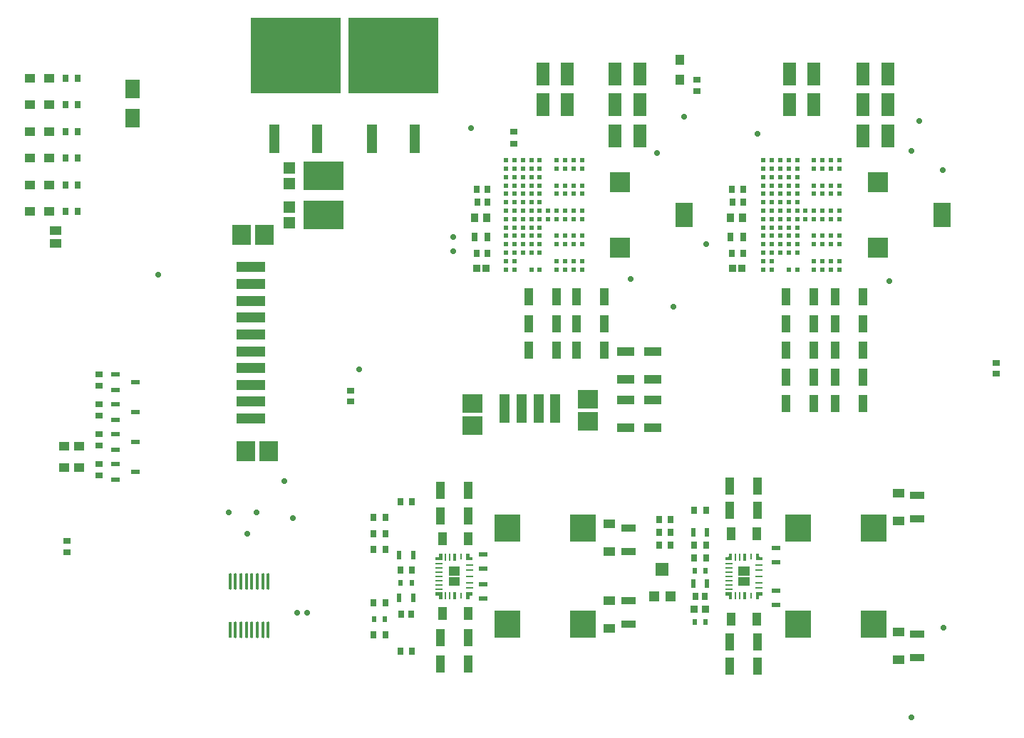
<source format=gbr>
%TF.GenerationSoftware,Altium Limited,Altium Designer,24.1.2 (44)*%
G04 Layer_Color=8421504*
%FSLAX45Y45*%
%MOMM*%
%TF.SameCoordinates,12E9634C-A8E6-484A-B1C3-FEDB1742B245*%
%TF.FilePolarity,Positive*%
%TF.FileFunction,Paste,Top*%
%TF.Part,Single*%
G01*
G75*
%TA.AperFunction,SMDPad,CuDef*%
%ADD10R,1.00000X0.60000*%
%ADD11C,0.45000*%
G04:AMPARAMS|DCode=12|XSize=0.8mm|YSize=0.25mm|CornerRadius=0.05mm|HoleSize=0mm|Usage=FLASHONLY|Rotation=180.000|XOffset=0mm|YOffset=0mm|HoleType=Round|Shape=RoundedRectangle|*
%AMROUNDEDRECTD12*
21,1,0.80000,0.15000,0,0,180.0*
21,1,0.70000,0.25000,0,0,180.0*
1,1,0.10000,-0.35000,0.07500*
1,1,0.10000,0.35000,0.07500*
1,1,0.10000,0.35000,-0.07500*
1,1,0.10000,-0.35000,-0.07500*
%
%ADD12ROUNDEDRECTD12*%
G04:AMPARAMS|DCode=13|XSize=0.25mm|YSize=0.75mm|CornerRadius=0.05mm|HoleSize=0mm|Usage=FLASHONLY|Rotation=180.000|XOffset=0mm|YOffset=0mm|HoleType=Round|Shape=RoundedRectangle|*
%AMROUNDEDRECTD13*
21,1,0.25000,0.65000,0,0,180.0*
21,1,0.15000,0.75000,0,0,180.0*
1,1,0.10000,-0.07500,0.32500*
1,1,0.10000,0.07500,0.32500*
1,1,0.10000,0.07500,-0.32500*
1,1,0.10000,-0.07500,-0.32500*
%
%ADD13ROUNDEDRECTD13*%
G04:AMPARAMS|DCode=14|XSize=0.25mm|YSize=0.8mm|CornerRadius=0.05mm|HoleSize=0mm|Usage=FLASHONLY|Rotation=180.000|XOffset=0mm|YOffset=0mm|HoleType=Round|Shape=RoundedRectangle|*
%AMROUNDEDRECTD14*
21,1,0.25000,0.70000,0,0,180.0*
21,1,0.15000,0.80000,0,0,180.0*
1,1,0.10000,-0.07500,0.35000*
1,1,0.10000,0.07500,0.35000*
1,1,0.10000,0.07500,-0.35000*
1,1,0.10000,-0.07500,-0.35000*
%
%ADD14ROUNDEDRECTD14*%
G04:AMPARAMS|DCode=15|XSize=0.4mm|YSize=0.8mm|CornerRadius=0.05mm|HoleSize=0mm|Usage=FLASHONLY|Rotation=180.000|XOffset=0mm|YOffset=0mm|HoleType=Round|Shape=RoundedRectangle|*
%AMROUNDEDRECTD15*
21,1,0.40000,0.70000,0,0,180.0*
21,1,0.30000,0.80000,0,0,180.0*
1,1,0.10000,-0.15000,0.35000*
1,1,0.10000,0.15000,0.35000*
1,1,0.10000,0.15000,-0.35000*
1,1,0.10000,-0.15000,-0.35000*
%
%ADD15ROUNDEDRECTD15*%
%ADD17R,1.35000X1.10000*%
%ADD18R,1.70000X0.95000*%
%ADD19R,3.12400X3.25100*%
%ADD20R,1.00620X0.55620*%
%ADD21R,0.66040X0.96520*%
%ADD22R,0.70000X0.85000*%
%ADD23R,0.55620X1.00620*%
%ADD24R,0.60000X0.80000*%
%ADD25R,1.00000X1.60000*%
%ADD26R,1.10000X2.05000*%
%ADD27R,1.25000X3.50000*%
%ADD28R,1.20000X1.20000*%
%ADD29R,1.60000X1.50000*%
%ADD30R,0.85000X0.95000*%
%ADD32R,1.15000X1.05000*%
%ADD33R,0.96520X0.66040*%
%ADD34R,1.50273X2.80415*%
%ADD35R,1.65100X2.18440*%
%ADD36R,10.66800X9.01700*%
%ADD37R,1.25700X3.42900*%
%ADD38R,4.86000X3.36000*%
%ADD39R,1.40000X1.39000*%
%ADD40R,1.25000X1.10000*%
%ADD41R,1.10000X1.25000*%
%ADD42C,0.71120*%
%ADD43R,2.40000X2.40000*%
%ADD44R,2.00000X2.90000*%
%ADD45R,0.85000X0.75000*%
G04:AMPARAMS|DCode=46|XSize=1.95543mm|YSize=0.42077mm|CornerRadius=0.21038mm|HoleSize=0mm|Usage=FLASHONLY|Rotation=90.000|XOffset=0mm|YOffset=0mm|HoleType=Round|Shape=RoundedRectangle|*
%AMROUNDEDRECTD46*
21,1,1.95543,0.00000,0,0,90.0*
21,1,1.53467,0.42077,0,0,90.0*
1,1,0.42077,0.00000,0.76733*
1,1,0.42077,0.00000,-0.76733*
1,1,0.42077,0.00000,-0.76733*
1,1,0.42077,0.00000,0.76733*
%
%ADD46ROUNDEDRECTD46*%
%ADD47R,0.42077X1.95543*%
%ADD48R,0.90000X0.70000*%
%ADD49R,0.93108X0.81213*%
%ADD50R,0.80000X0.95000*%
%ADD51R,0.80000X1.00000*%
%ADD52R,0.95000X1.05000*%
%ADD53R,0.75000X0.85000*%
%ADD54R,2.05000X1.10000*%
%TA.AperFunction,BGAPad,CuDef*%
%ADD55R,0.55000X0.55000*%
%TA.AperFunction,SMDPad,CuDef*%
%ADD56R,3.50000X1.25000*%
%ADD57R,1.40000X1.10000*%
%ADD58R,0.70000X0.90000*%
%TA.AperFunction,NonConductor*%
%ADD171R,2.45000X2.28000*%
%ADD172R,2.45000X2.28000*%
%ADD173R,2.28000X2.45000*%
G36*
X15069444Y7359000D02*
X15070438D01*
X15072276Y7358239D01*
X15073682Y7356832D01*
X15074445Y7354995D01*
Y7354000D01*
X15074445D01*
X15074443Y7284000D01*
X15074445Y7283005D01*
X15073683Y7281167D01*
X15072276Y7279761D01*
X15070438Y7279000D01*
X15069443Y7279000D01*
X15069444D01*
X14999443Y7279000D01*
X14998450Y7279000D01*
X14996611Y7279761D01*
X14995206Y7281168D01*
X14994443Y7283005D01*
X14994444Y7284000D01*
Y7284000D01*
X14994443Y7314000D01*
X14994443Y7314995D01*
X14995204Y7316832D01*
X14996611Y7318239D01*
X14998450Y7319000D01*
X14999443Y7319000D01*
X14999443Y7319000D01*
X15024443D01*
X15026395Y7319192D01*
X15029999Y7320685D01*
X15032758Y7323444D01*
X15034251Y7327049D01*
X15034444Y7329000D01*
X15034444Y7329000D01*
Y7354000D01*
Y7354994D01*
X15035205Y7356832D01*
X15036610Y7358239D01*
X15038449Y7359000D01*
X15039442D01*
X15039444Y7359000D01*
X15069444Y7359000D01*
D02*
G37*
G36*
X11626711D02*
X11627706D01*
X11629543Y7358239D01*
X11630950Y7356832D01*
X11631711Y7354995D01*
Y7354000D01*
X11631712D01*
X11631711Y7284000D01*
X11631711Y7283005D01*
X11630950Y7281167D01*
X11629544Y7279761D01*
X11627706Y7279000D01*
X11626711Y7279000D01*
X11626711D01*
X11556711Y7279000D01*
X11555717Y7279000D01*
X11553879Y7279761D01*
X11552472Y7281168D01*
X11551711Y7283005D01*
X11551711Y7284000D01*
Y7284000D01*
X11551711Y7314000D01*
X11551711Y7314995D01*
X11552472Y7316832D01*
X11553879Y7318239D01*
X11555717Y7319000D01*
X11556711Y7319000D01*
X11556711Y7319000D01*
X11581711D01*
X11583662Y7319192D01*
X11587267Y7320685D01*
X11590026Y7323444D01*
X11591519Y7327049D01*
X11591711Y7329000D01*
X11591711Y7329000D01*
Y7354000D01*
Y7354994D01*
X11592473Y7356832D01*
X11593879Y7358239D01*
X11595717Y7359000D01*
X11596711D01*
X11596711Y7359000D01*
X11626711Y7359000D01*
D02*
G37*
G36*
X15389442D02*
X15390437D01*
X15392276Y7358239D01*
X15393681Y7356832D01*
X15394443Y7354994D01*
Y7354000D01*
X15394443Y7329000D01*
X15394635Y7327049D01*
X15396127Y7323444D01*
X15398888Y7320685D01*
X15402492Y7319192D01*
X15404443Y7319000D01*
X15429443D01*
Y7319000D01*
X15430438Y7319000D01*
X15432275Y7318239D01*
X15433682Y7316832D01*
X15434444Y7314995D01*
X15434444Y7314000D01*
Y7284000D01*
X15434444Y7284000D01*
X15434444Y7283005D01*
X15433682Y7281168D01*
X15432275Y7279761D01*
X15430438Y7279000D01*
X15429443Y7279000D01*
X15359444Y7279000D01*
X15359444Y7279000D01*
X15358449Y7279000D01*
X15356612Y7279761D01*
X15355203Y7281167D01*
X15354443Y7283005D01*
X15354443Y7284000D01*
X15354443Y7354000D01*
Y7354995D01*
X15355203Y7356832D01*
X15356612Y7358239D01*
X15358449Y7359000D01*
X15359444D01*
X15389442Y7359000D01*
Y7359000D01*
D02*
G37*
G36*
X11946711D02*
X11947706D01*
X11949543Y7358239D01*
X11950950Y7356832D01*
X11951711Y7354994D01*
Y7354000D01*
X11951711Y7329000D01*
X11951903Y7327049D01*
X11953396Y7323444D01*
X11956155Y7320685D01*
X11959760Y7319192D01*
X11961711Y7319000D01*
X11986711D01*
Y7319000D01*
X11987706Y7319000D01*
X11989543Y7318239D01*
X11990950Y7316832D01*
X11991711Y7314995D01*
X11991711Y7314000D01*
Y7284000D01*
X11991711Y7284000D01*
X11991711Y7283005D01*
X11990950Y7281168D01*
X11989543Y7279761D01*
X11987706Y7279000D01*
X11986711Y7279000D01*
X11916711Y7279000D01*
X11916711Y7279000D01*
X11915717Y7279000D01*
X11913879Y7279761D01*
X11912472Y7281167D01*
X11911711Y7283005D01*
X11911711Y7284000D01*
X11911711Y7354000D01*
Y7354995D01*
X11912472Y7356832D01*
X11913879Y7358239D01*
X11915717Y7359000D01*
X11916711D01*
X11946711Y7359000D01*
Y7359000D01*
D02*
G37*
G36*
X15277277Y7204239D02*
X15278682Y7202832D01*
X15279443Y7200994D01*
Y7200000D01*
X15279443D01*
X15279443Y7104000D01*
Y7103005D01*
X15278682Y7101168D01*
X15277277Y7099761D01*
X15275438Y7099000D01*
X15153448D01*
X15151611Y7099761D01*
X15150204Y7101168D01*
X15149445Y7103005D01*
Y7104000D01*
X15149443D01*
X15149445Y7200000D01*
Y7200994D01*
X15150204Y7202832D01*
X15151611Y7204239D01*
X15153448Y7205000D01*
X15275438D01*
X15277277Y7204239D01*
D02*
G37*
G36*
X11834543D02*
X11835950Y7202832D01*
X11836711Y7200994D01*
Y7200000D01*
X11836711D01*
X11836711Y7104000D01*
Y7103005D01*
X11835950Y7101168D01*
X11834543Y7099761D01*
X11832706Y7099000D01*
X11710717D01*
X11708879Y7099761D01*
X11707472Y7101168D01*
X11706711Y7103005D01*
Y7104000D01*
X11706711D01*
X11706711Y7200000D01*
Y7200994D01*
X11707472Y7202832D01*
X11708879Y7204239D01*
X11710717Y7205000D01*
X11832706D01*
X11834543Y7204239D01*
D02*
G37*
G36*
X15277277Y7078239D02*
X15278682Y7076832D01*
X15279443Y7074994D01*
Y7074000D01*
X15279443D01*
X15279443Y6978000D01*
Y6977005D01*
X15278682Y6975168D01*
X15277277Y6973761D01*
X15275438Y6973000D01*
X15153448D01*
X15151611Y6973761D01*
X15150204Y6975168D01*
X15149445Y6977005D01*
Y6978000D01*
X15149443D01*
X15149445Y7074000D01*
Y7074994D01*
X15150204Y7076832D01*
X15151611Y7078239D01*
X15153448Y7079000D01*
X15275438D01*
X15277277Y7078239D01*
D02*
G37*
G36*
X11834543D02*
X11835950Y7076832D01*
X11836711Y7074994D01*
Y7074000D01*
X11836711D01*
X11836711Y6978000D01*
Y6977005D01*
X11835950Y6975168D01*
X11834543Y6973761D01*
X11832706Y6973000D01*
X11710717D01*
X11708879Y6973761D01*
X11707472Y6975168D01*
X11706711Y6977005D01*
Y6978000D01*
X11706711D01*
X11706711Y7074000D01*
Y7074994D01*
X11707472Y7076832D01*
X11708879Y7078239D01*
X11710717Y7079000D01*
X11832706D01*
X11834543Y7078239D01*
D02*
G37*
G36*
X15429443Y6899000D02*
X15430438Y6899000D01*
X15432275Y6898239D01*
X15433682Y6896832D01*
X15434444Y6894994D01*
X15434444Y6894000D01*
X15434444D01*
X15434444Y6864000D01*
Y6863006D01*
X15433682Y6861168D01*
X15432275Y6859761D01*
X15430438Y6859000D01*
X15429443D01*
X15429443Y6859000D01*
X15404443Y6859000D01*
X15402492Y6858808D01*
X15398888Y6857315D01*
X15396127Y6854556D01*
X15394635Y6850951D01*
X15394443Y6849000D01*
Y6849000D01*
X15394443Y6824000D01*
Y6823005D01*
X15393681Y6821168D01*
X15392276Y6819761D01*
X15390437Y6819000D01*
X15358449D01*
X15356612Y6819761D01*
X15355203Y6821168D01*
X15354443Y6823005D01*
Y6824000D01*
Y6824000D01*
X15354443Y6894000D01*
X15354443Y6894995D01*
X15355203Y6896833D01*
X15356612Y6898239D01*
X15358449Y6899000D01*
X15359444Y6899000D01*
X15359444Y6899000D01*
X15429443Y6899000D01*
D02*
G37*
G36*
X15072276Y6898239D02*
X15073683Y6896833D01*
X15074445Y6894995D01*
X15074443Y6894000D01*
X15074445Y6824000D01*
X15074445Y6824000D01*
Y6823005D01*
X15073682Y6821168D01*
X15072276Y6819761D01*
X15070438Y6819000D01*
X15038449D01*
X15036610Y6819761D01*
X15035205Y6821168D01*
X15034444Y6823005D01*
Y6824000D01*
Y6849000D01*
X15034444D01*
X15034251Y6850951D01*
X15032758Y6854556D01*
X15029999Y6857315D01*
X15026395Y6858808D01*
X15024443Y6859000D01*
X14999443D01*
X14998450Y6859000D01*
X14996611Y6859761D01*
X14995204Y6861167D01*
X14994443Y6863005D01*
X14994443Y6864000D01*
X14994444Y6894000D01*
X14994443Y6894994D01*
X14995206Y6896832D01*
X14996611Y6898239D01*
X14998450Y6899000D01*
X14999443Y6899000D01*
X15069444Y6899000D01*
X15069443Y6899000D01*
X15070438Y6899000D01*
X15072276Y6898239D01*
D02*
G37*
G36*
X11986711Y6899000D02*
X11987706Y6899000D01*
X11989543Y6898239D01*
X11990950Y6896832D01*
X11991711Y6894994D01*
X11991711Y6894000D01*
X11991711D01*
X11991711Y6864000D01*
Y6863006D01*
X11990950Y6861168D01*
X11989543Y6859761D01*
X11987706Y6859000D01*
X11986711D01*
X11986711Y6859000D01*
X11961711Y6859000D01*
X11959760Y6858808D01*
X11956155Y6857315D01*
X11953396Y6854556D01*
X11951903Y6850951D01*
X11951711Y6849000D01*
Y6849000D01*
X11951711Y6824000D01*
Y6823005D01*
X11950950Y6821168D01*
X11949543Y6819761D01*
X11947706Y6819000D01*
X11915717D01*
X11913879Y6819761D01*
X11912472Y6821168D01*
X11911711Y6823005D01*
Y6824000D01*
Y6824000D01*
X11911711Y6894000D01*
X11911711Y6894995D01*
X11912472Y6896833D01*
X11913879Y6898239D01*
X11915717Y6899000D01*
X11916711Y6899000D01*
X11916711Y6899000D01*
X11986711Y6899000D01*
D02*
G37*
G36*
X11629544Y6898239D02*
X11630950Y6896833D01*
X11631711Y6894995D01*
X11631711Y6894000D01*
X11631712Y6824000D01*
X11631711Y6824000D01*
Y6823005D01*
X11630950Y6821168D01*
X11629543Y6819761D01*
X11627706Y6819000D01*
X11595717D01*
X11593879Y6819761D01*
X11592473Y6821168D01*
X11591711Y6823005D01*
Y6824000D01*
Y6849000D01*
X11591711D01*
X11591519Y6850951D01*
X11590026Y6854556D01*
X11587267Y6857315D01*
X11583662Y6858808D01*
X11581711Y6859000D01*
X11556711D01*
X11555717Y6859000D01*
X11553879Y6859761D01*
X11552472Y6861167D01*
X11551711Y6863005D01*
X11551711Y6864000D01*
X11551711Y6894000D01*
X11551711Y6894994D01*
X11552472Y6896832D01*
X11553879Y6898239D01*
X11555717Y6899000D01*
X11556711Y6899000D01*
X11626711Y6899000D01*
X11626711Y6899000D01*
X11627706Y6899000D01*
X11629544Y6898239D01*
D02*
G37*
D10*
X7748300Y9493000D02*
D03*
Y9303000D02*
D03*
X7988300Y9398000D02*
D03*
Y8686800D02*
D03*
Y9042400D02*
D03*
X7748300Y8947400D02*
D03*
Y9137400D02*
D03*
Y8591800D02*
D03*
Y8781800D02*
D03*
X7988300Y8331200D02*
D03*
X7748300Y8236200D02*
D03*
Y8426200D02*
D03*
D11*
X11936711Y6874000D02*
D03*
X11606711Y7304000D02*
D03*
Y6874000D02*
D03*
X11936711Y7304000D02*
D03*
X15379443Y6874000D02*
D03*
X15049445Y7304000D02*
D03*
Y6874000D02*
D03*
X15379443Y7304000D02*
D03*
D12*
X11951711Y6951500D02*
D03*
Y7014000D02*
D03*
Y7089000D02*
D03*
Y7164000D02*
D03*
Y7226500D02*
D03*
X11591711Y7239000D02*
D03*
Y7189000D02*
D03*
Y7139000D02*
D03*
Y7089000D02*
D03*
Y7039000D02*
D03*
Y6989000D02*
D03*
Y6939000D02*
D03*
X15394443Y6951500D02*
D03*
Y7014000D02*
D03*
Y7089000D02*
D03*
Y7164000D02*
D03*
Y7226500D02*
D03*
X15034444Y7239000D02*
D03*
Y7189000D02*
D03*
Y7139000D02*
D03*
Y7089000D02*
D03*
Y7039000D02*
D03*
Y6989000D02*
D03*
Y6939000D02*
D03*
D13*
X11854211Y7321500D02*
D03*
Y6856500D02*
D03*
X15296944Y7321500D02*
D03*
Y6856500D02*
D03*
D14*
X11719211Y7319000D02*
D03*
X11669211D02*
D03*
Y6859000D02*
D03*
X11719211D02*
D03*
X15161945Y7319000D02*
D03*
X15111945D02*
D03*
Y6859000D02*
D03*
X15161945D02*
D03*
D15*
X11776711Y7319000D02*
D03*
Y6859000D02*
D03*
X15219444Y7319000D02*
D03*
Y6859000D02*
D03*
D17*
X13613211Y6797501D02*
D03*
Y6467501D02*
D03*
Y7380499D02*
D03*
Y7710499D02*
D03*
X17055943Y8079500D02*
D03*
Y7749500D02*
D03*
Y6098500D02*
D03*
Y6428500D02*
D03*
D18*
X13841811Y7380499D02*
D03*
Y7660499D02*
D03*
Y6797501D02*
D03*
Y6517501D02*
D03*
X17276169Y8054500D02*
D03*
Y7774500D02*
D03*
X17276169Y6123500D02*
D03*
Y6403500D02*
D03*
D19*
X13298260Y7660500D02*
D03*
X12404161D02*
D03*
X13298260Y6517500D02*
D03*
X12404161D02*
D03*
X16752715Y7660500D02*
D03*
X15858615D02*
D03*
X16752715Y6517500D02*
D03*
X15858614D02*
D03*
D20*
X12114611Y7184300D02*
D03*
Y7349300D02*
D03*
Y6993700D02*
D03*
Y6828700D02*
D03*
X15594688Y6917500D02*
D03*
Y6752500D02*
D03*
X15594688Y7260500D02*
D03*
Y7425500D02*
D03*
D21*
X11130361Y7165200D02*
D03*
X11270061D02*
D03*
X10812861Y6771500D02*
D03*
X10952561D02*
D03*
X11270061Y6200000D02*
D03*
X11130361D02*
D03*
X10952561Y6390500D02*
D03*
X10812861D02*
D03*
X11270061Y7978000D02*
D03*
X11130361D02*
D03*
X10952561Y7406500D02*
D03*
X10812861D02*
D03*
X10952561Y7787500D02*
D03*
X10812861D02*
D03*
Y7597000D02*
D03*
X10952561D02*
D03*
X14204794Y7762100D02*
D03*
X14344495D02*
D03*
Y7457300D02*
D03*
X14204794D02*
D03*
X14344495Y7609700D02*
D03*
X14204794D02*
D03*
X14763594Y7874726D02*
D03*
X14623894D02*
D03*
X14763594Y7457300D02*
D03*
X14623894D02*
D03*
Y7304900D02*
D03*
X14763594D02*
D03*
D22*
X11139811Y6638550D02*
D03*
X11264811D02*
D03*
X14751244Y6847700D02*
D03*
X14636244D02*
D03*
D23*
X11282711Y6835000D02*
D03*
X11117711D02*
D03*
X11282711Y7343000D02*
D03*
X11117711D02*
D03*
X14776244Y7609700D02*
D03*
X14611244D02*
D03*
Y7000100D02*
D03*
X14776244D02*
D03*
D24*
X11135211Y7012800D02*
D03*
X11265211D02*
D03*
X10817711Y6581000D02*
D03*
X10947711D02*
D03*
X14628743Y7152500D02*
D03*
X14758743D02*
D03*
Y6542900D02*
D03*
X14628743D02*
D03*
D25*
X11634411Y6644500D02*
D03*
X11934411D02*
D03*
X11634411Y7533500D02*
D03*
X11934411D02*
D03*
X15064444Y7597000D02*
D03*
X15364442D02*
D03*
X15064444Y6581000D02*
D03*
X15364442D02*
D03*
D26*
X11607900Y6045200D02*
D03*
X11937900D02*
D03*
X11607900Y6362700D02*
D03*
X11937900D02*
D03*
X11607900Y8115300D02*
D03*
X11937900D02*
D03*
X11607900Y7810500D02*
D03*
X11937900D02*
D03*
X13558450Y9779500D02*
D03*
X13228452D02*
D03*
X15049445Y7874725D02*
D03*
X15379443D02*
D03*
X15049600Y8166100D02*
D03*
X15379601D02*
D03*
X15049600Y6019800D02*
D03*
X15379601D02*
D03*
X15049600Y6311900D02*
D03*
X15379601D02*
D03*
X13228452Y10097000D02*
D03*
X13558450D02*
D03*
X13228452Y10414500D02*
D03*
X13558450D02*
D03*
X16302325Y9144500D02*
D03*
X16632326D02*
D03*
X16302325Y9462000D02*
D03*
X16632326D02*
D03*
X16302325Y9779500D02*
D03*
X16632326D02*
D03*
X16302325Y10097000D02*
D03*
X16632326D02*
D03*
X16302325Y10414500D02*
D03*
X16632326D02*
D03*
X16046899Y9144500D02*
D03*
X15716901D02*
D03*
X16046899Y9462000D02*
D03*
X15716901D02*
D03*
X16046899Y9779500D02*
D03*
X15716901D02*
D03*
X16046899Y10097000D02*
D03*
X15716901D02*
D03*
X16046899Y10414500D02*
D03*
X15716901D02*
D03*
X12988901Y9779500D02*
D03*
X12658900D02*
D03*
X12988901Y10097000D02*
D03*
X12658900D02*
D03*
X12988901Y10414500D02*
D03*
X12658900D02*
D03*
D27*
X12973000Y9083900D02*
D03*
X12773000D02*
D03*
X12573000D02*
D03*
X12373000D02*
D03*
D28*
X14144493Y6847700D02*
D03*
X14344495D02*
D03*
D29*
X14244493Y7172700D02*
D03*
D30*
X14626244Y6694975D02*
D03*
X14761244D02*
D03*
D32*
X7141300Y8382000D02*
D03*
X7311300D02*
D03*
Y8636000D02*
D03*
X7141300D02*
D03*
D33*
X7556500Y9353150D02*
D03*
Y9492850D02*
D03*
Y8997550D02*
D03*
Y9137250D02*
D03*
Y8641950D02*
D03*
Y8781650D02*
D03*
Y8286350D02*
D03*
Y8426050D02*
D03*
X7175500Y7512050D02*
D03*
Y7372350D02*
D03*
D34*
X12825861Y13067030D02*
D03*
X13115900D02*
D03*
X13975490Y13067030D02*
D03*
X13685451D02*
D03*
X13975490Y12328159D02*
D03*
X13685451D02*
D03*
X12825861Y12697595D02*
D03*
X13115900D02*
D03*
X13975490Y12697595D02*
D03*
X13685451D02*
D03*
X16632326Y12327488D02*
D03*
X16922365D02*
D03*
X16632326Y12696966D02*
D03*
X16922365D02*
D03*
X16632326Y13066444D02*
D03*
X16922365D02*
D03*
X16046899Y13066444D02*
D03*
X15756860D02*
D03*
X16046899Y12696966D02*
D03*
X15756860D02*
D03*
D35*
X7950200Y12882880D02*
D03*
Y12542520D02*
D03*
D36*
X9893300Y13284200D02*
D03*
X11049000D02*
D03*
D37*
X10147300Y12293600D02*
D03*
X9639300D02*
D03*
X11303000D02*
D03*
X10795000D02*
D03*
D38*
X10215301Y11852199D02*
D03*
X10215300Y11388800D02*
D03*
D39*
X9817101Y11944199D02*
D03*
Y11760199D02*
D03*
X9817100Y11480800D02*
D03*
Y11296800D02*
D03*
D40*
X6962800Y13017500D02*
D03*
X6727800D02*
D03*
X6962800Y11430000D02*
D03*
X6727800D02*
D03*
X6962800Y11747500D02*
D03*
X6727800D02*
D03*
X6962800Y12065000D02*
D03*
X6727800D02*
D03*
X6962800Y12382500D02*
D03*
X6727800D02*
D03*
X6962800Y12700000D02*
D03*
X6727800D02*
D03*
D41*
X14452600Y12998601D02*
D03*
Y13233601D02*
D03*
D42*
X17208475Y5410000D02*
D03*
X17589500Y6477000D02*
D03*
X17297400Y12509500D02*
D03*
X17576801Y11925300D02*
D03*
X14376401Y10299700D02*
D03*
X13868401Y10629900D02*
D03*
X16941800Y10604500D02*
D03*
X17208501Y12153900D02*
D03*
X14185899Y12128500D02*
D03*
X11976100Y12420600D02*
D03*
X11760200Y10960100D02*
D03*
Y11125200D02*
D03*
X14770100Y11039500D02*
D03*
X15379700Y12357100D02*
D03*
X14503400Y12556481D02*
D03*
X8255000Y10680700D02*
D03*
X9753600Y8223250D02*
D03*
X9855200Y7785100D02*
D03*
X9422648Y7848600D02*
D03*
X9093200D02*
D03*
X9310633Y7591220D02*
D03*
X10023725Y6654800D02*
D03*
X9906000D02*
D03*
X10642600Y9550400D02*
D03*
D43*
X16804700Y10998700D02*
D03*
Y11778700D02*
D03*
X13743500Y10998700D02*
D03*
Y11778700D02*
D03*
D44*
X17564700Y11388700D02*
D03*
X14503500D02*
D03*
D45*
X18211800Y9625600D02*
D03*
Y9500600D02*
D03*
X10541000Y9295400D02*
D03*
Y9170400D02*
D03*
D46*
X9107000Y7031238D02*
D03*
X9172000D02*
D03*
X9237000D02*
D03*
X9302000D02*
D03*
X9367000D02*
D03*
X9432000D02*
D03*
X9497000D02*
D03*
X9562000D02*
D03*
Y6456162D02*
D03*
X9497000D02*
D03*
X9432000D02*
D03*
X9367000D02*
D03*
X9302000D02*
D03*
X9237000D02*
D03*
X9172000D02*
D03*
D47*
X9107000D02*
D03*
D48*
X14655800Y12858600D02*
D03*
Y12998599D02*
D03*
X12484100Y12376300D02*
D03*
Y12236300D02*
D03*
D49*
X12042501Y10749975D02*
D03*
X12150606D02*
D03*
X15079675D02*
D03*
X15187781D02*
D03*
D50*
X12037000Y10935200D02*
D03*
X12167000D02*
D03*
Y11692526D02*
D03*
X12037000D02*
D03*
X15074174D02*
D03*
X15204175D02*
D03*
X15074174Y10935200D02*
D03*
X15204175D02*
D03*
D51*
X12167000Y11127926D02*
D03*
X12017000D02*
D03*
X15204173D02*
D03*
X15054173D02*
D03*
D52*
X12159500Y11350651D02*
D03*
X12014500D02*
D03*
X15196674D02*
D03*
X15051674D02*
D03*
D53*
X12169500Y11544800D02*
D03*
X12044500D02*
D03*
X15081674D02*
D03*
X15206674D02*
D03*
D54*
X14129520Y9428611D02*
D03*
Y9758611D02*
D03*
X13812019Y9428611D02*
D03*
Y9758611D02*
D03*
X14129520Y9189060D02*
D03*
Y8859060D02*
D03*
X13812019Y9189060D02*
D03*
Y8859060D02*
D03*
D55*
X16346899Y12039500D02*
D03*
Y11939500D02*
D03*
Y11739500D02*
D03*
Y11639500D02*
D03*
Y11439500D02*
D03*
Y11339500D02*
D03*
Y11139500D02*
D03*
Y11039500D02*
D03*
Y10839500D02*
D03*
Y10739500D02*
D03*
X16246899Y12039500D02*
D03*
Y11939500D02*
D03*
Y11739500D02*
D03*
Y11639500D02*
D03*
Y11439500D02*
D03*
Y11339500D02*
D03*
Y11139500D02*
D03*
Y11039500D02*
D03*
Y10839500D02*
D03*
Y10739500D02*
D03*
X16146899Y12039500D02*
D03*
Y11939500D02*
D03*
Y11739500D02*
D03*
Y11639500D02*
D03*
Y11439500D02*
D03*
Y11339500D02*
D03*
Y11139500D02*
D03*
Y11039500D02*
D03*
Y10839500D02*
D03*
Y10739500D02*
D03*
X16046899Y12039500D02*
D03*
Y11939500D02*
D03*
Y11739500D02*
D03*
Y11639500D02*
D03*
Y11439500D02*
D03*
Y11339500D02*
D03*
Y11139500D02*
D03*
Y11039500D02*
D03*
Y10839500D02*
D03*
Y10739500D02*
D03*
X15946899Y11439500D02*
D03*
Y11339500D02*
D03*
X15846899Y12039500D02*
D03*
Y11939500D02*
D03*
Y11839500D02*
D03*
Y11739500D02*
D03*
Y11639500D02*
D03*
Y11539500D02*
D03*
Y11439500D02*
D03*
Y11339500D02*
D03*
Y11239500D02*
D03*
Y11139500D02*
D03*
Y11039500D02*
D03*
Y10939500D02*
D03*
Y10739500D02*
D03*
X15746899Y12039500D02*
D03*
Y11939500D02*
D03*
Y11839500D02*
D03*
Y11739500D02*
D03*
Y11639500D02*
D03*
Y11539500D02*
D03*
Y11439500D02*
D03*
Y11339500D02*
D03*
Y11239500D02*
D03*
Y11139500D02*
D03*
Y11039500D02*
D03*
Y10939500D02*
D03*
Y10739500D02*
D03*
X15646899Y12039500D02*
D03*
Y11939500D02*
D03*
Y11839500D02*
D03*
Y11739500D02*
D03*
Y11639500D02*
D03*
Y11539500D02*
D03*
Y11439500D02*
D03*
Y11339500D02*
D03*
Y11239500D02*
D03*
Y11139500D02*
D03*
Y11039500D02*
D03*
Y10939500D02*
D03*
X15546899Y12039500D02*
D03*
Y11939500D02*
D03*
Y11839500D02*
D03*
Y11739500D02*
D03*
Y11639500D02*
D03*
Y11539500D02*
D03*
Y11439500D02*
D03*
Y11339500D02*
D03*
Y11239500D02*
D03*
Y11139500D02*
D03*
Y11039500D02*
D03*
Y10939500D02*
D03*
Y10839500D02*
D03*
Y10739500D02*
D03*
X15446899Y12039500D02*
D03*
Y11939500D02*
D03*
Y11839500D02*
D03*
Y11739500D02*
D03*
Y11639500D02*
D03*
Y11539500D02*
D03*
Y11439500D02*
D03*
Y11339500D02*
D03*
Y11239500D02*
D03*
Y11139500D02*
D03*
Y11039500D02*
D03*
Y10939500D02*
D03*
Y10839500D02*
D03*
Y10739500D02*
D03*
X13288901Y12039500D02*
D03*
Y11939500D02*
D03*
Y11739500D02*
D03*
Y11639500D02*
D03*
Y11439500D02*
D03*
Y11339500D02*
D03*
Y11139500D02*
D03*
Y11039500D02*
D03*
Y10839500D02*
D03*
Y10739500D02*
D03*
X13188901Y12039500D02*
D03*
Y11939500D02*
D03*
Y11739500D02*
D03*
Y11639500D02*
D03*
Y11439500D02*
D03*
Y11339500D02*
D03*
Y11139500D02*
D03*
Y11039500D02*
D03*
Y10839500D02*
D03*
Y10739500D02*
D03*
X13088901Y12039500D02*
D03*
Y11939500D02*
D03*
Y11739500D02*
D03*
Y11639500D02*
D03*
Y11439500D02*
D03*
Y11339500D02*
D03*
Y11139500D02*
D03*
Y11039500D02*
D03*
Y10839500D02*
D03*
Y10739500D02*
D03*
X12988901Y12039500D02*
D03*
Y11939500D02*
D03*
Y11739500D02*
D03*
Y11639500D02*
D03*
Y11439500D02*
D03*
Y11339500D02*
D03*
Y11139500D02*
D03*
Y11039500D02*
D03*
Y10839500D02*
D03*
Y10739500D02*
D03*
X12888901Y11439500D02*
D03*
Y11339500D02*
D03*
X12788900Y12039500D02*
D03*
Y11939500D02*
D03*
Y11839500D02*
D03*
Y11739500D02*
D03*
Y11639500D02*
D03*
Y11539500D02*
D03*
Y11439500D02*
D03*
Y11339500D02*
D03*
Y11239500D02*
D03*
Y11139500D02*
D03*
Y11039500D02*
D03*
Y10939500D02*
D03*
Y10739500D02*
D03*
X12688900Y12039500D02*
D03*
Y11939500D02*
D03*
Y11839500D02*
D03*
Y11739500D02*
D03*
Y11639500D02*
D03*
Y11539500D02*
D03*
Y11439500D02*
D03*
Y11339500D02*
D03*
Y11239500D02*
D03*
Y11139500D02*
D03*
Y11039500D02*
D03*
Y10939500D02*
D03*
Y10739500D02*
D03*
X12588900Y12039500D02*
D03*
Y11939500D02*
D03*
Y11839500D02*
D03*
Y11739500D02*
D03*
Y11639500D02*
D03*
Y11539500D02*
D03*
Y11439500D02*
D03*
Y11339500D02*
D03*
Y11239500D02*
D03*
Y11139500D02*
D03*
Y11039500D02*
D03*
Y10939500D02*
D03*
X12488900Y12039500D02*
D03*
Y11939500D02*
D03*
Y11839500D02*
D03*
Y11739500D02*
D03*
Y11639500D02*
D03*
Y11539500D02*
D03*
Y11439500D02*
D03*
Y11339500D02*
D03*
Y11239500D02*
D03*
Y11139500D02*
D03*
Y11039500D02*
D03*
Y10939500D02*
D03*
Y10839500D02*
D03*
Y10739500D02*
D03*
X12388900Y12039500D02*
D03*
Y11939500D02*
D03*
Y11839500D02*
D03*
Y11739500D02*
D03*
Y11639500D02*
D03*
Y11539500D02*
D03*
Y11439500D02*
D03*
Y11339500D02*
D03*
Y11239500D02*
D03*
Y11139500D02*
D03*
Y11039500D02*
D03*
Y10939500D02*
D03*
Y10839500D02*
D03*
Y10739500D02*
D03*
D56*
X9359900Y8966400D02*
D03*
Y9166400D02*
D03*
Y9366400D02*
D03*
Y9566400D02*
D03*
Y9766400D02*
D03*
Y9966400D02*
D03*
Y10166400D02*
D03*
Y10366400D02*
D03*
Y10566400D02*
D03*
Y10766400D02*
D03*
D57*
X7035800Y11050200D02*
D03*
Y11200200D02*
D03*
D58*
X7156303Y13017500D02*
D03*
X7296302D02*
D03*
X7156303Y12700000D02*
D03*
X7296302D02*
D03*
X7156303Y12382500D02*
D03*
X7296302D02*
D03*
X7156303Y12065000D02*
D03*
X7296302D02*
D03*
X7156303Y11747500D02*
D03*
X7296302D02*
D03*
X7156303Y11430000D02*
D03*
X7296302D02*
D03*
D171*
X13358000Y9197900D02*
D03*
Y8929900D02*
D03*
X11988000Y8879900D02*
D03*
D172*
Y9147900D02*
D03*
D173*
X9513900Y11151400D02*
D03*
X9245900D02*
D03*
X9563899Y8581401D02*
D03*
X9295900Y8581401D02*
D03*
%TF.MD5,98038db72bbb2d097e985c0cb8a8500b*%
M02*

</source>
